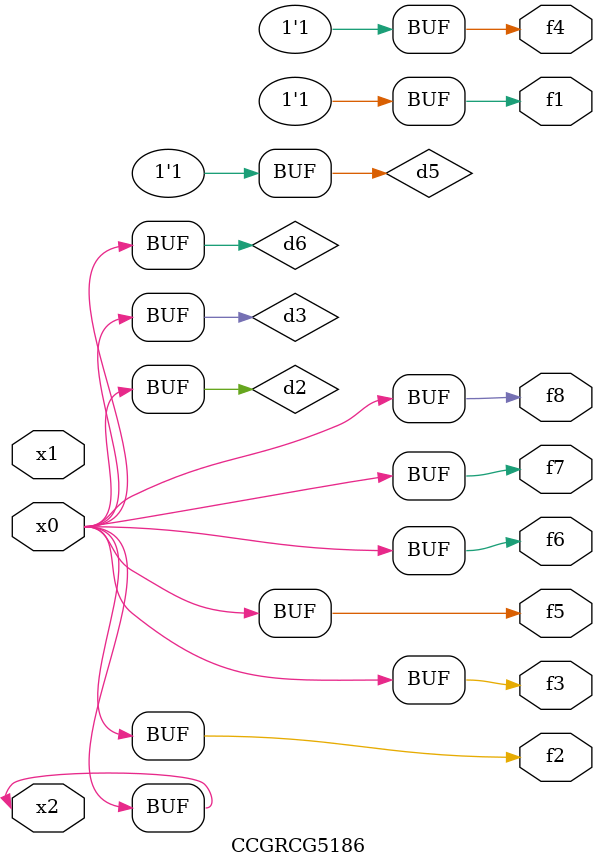
<source format=v>
module CCGRCG5186(
	input x0, x1, x2,
	output f1, f2, f3, f4, f5, f6, f7, f8
);

	wire d1, d2, d3, d4, d5, d6;

	xnor (d1, x2);
	buf (d2, x0, x2);
	and (d3, x0);
	xnor (d4, x1, x2);
	nand (d5, d1, d3);
	buf (d6, d2, d3);
	assign f1 = d5;
	assign f2 = d6;
	assign f3 = d6;
	assign f4 = d5;
	assign f5 = d6;
	assign f6 = d6;
	assign f7 = d6;
	assign f8 = d6;
endmodule

</source>
